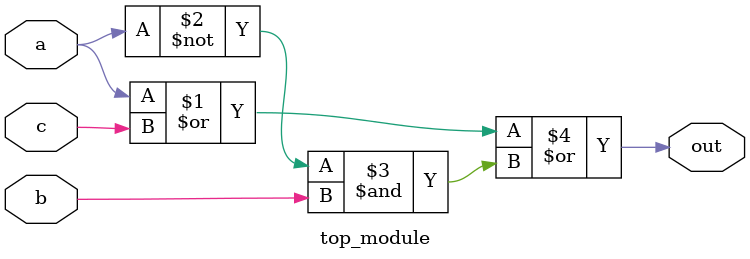
<source format=v>
module top_module(
    input a,
    input b,
    input c,
    output out  ); 
    assign out = a |c | (~a&b);
endmodule

</source>
